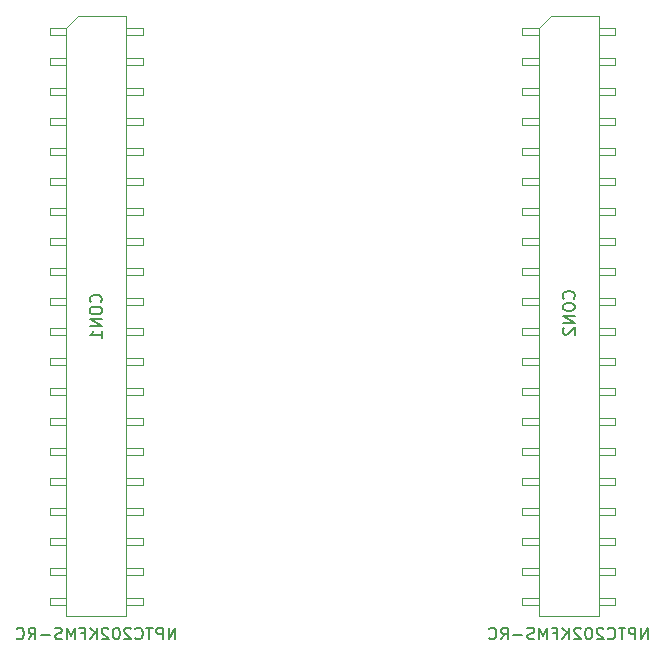
<source format=gbr>
%TF.GenerationSoftware,KiCad,Pcbnew,8.0.8-8.0.8-0~ubuntu22.04.1*%
%TF.CreationDate,2025-02-25T18:12:58-05:00*%
%TF.ProjectId,breakout-qfn,62726561-6b6f-4757-942d-71666e2e6b69,2.0*%
%TF.SameCoordinates,PX2b64660PY42c1d80*%
%TF.FileFunction,AssemblyDrawing,Bot*%
%FSLAX46Y46*%
G04 Gerber Fmt 4.6, Leading zero omitted, Abs format (unit mm)*
G04 Created by KiCad (PCBNEW 8.0.8-8.0.8-0~ubuntu22.04.1) date 2025-02-25 18:12:58*
%MOMM*%
%LPD*%
G01*
G04 APERTURE LIST*
%ADD10C,0.150000*%
%ADD11C,0.100000*%
G04 APERTURE END LIST*
D10*
X97190475Y-71354819D02*
X97190475Y-70354819D01*
X97190475Y-70354819D02*
X96619047Y-71354819D01*
X96619047Y-71354819D02*
X96619047Y-70354819D01*
X96142856Y-71354819D02*
X96142856Y-70354819D01*
X96142856Y-70354819D02*
X95761904Y-70354819D01*
X95761904Y-70354819D02*
X95666666Y-70402438D01*
X95666666Y-70402438D02*
X95619047Y-70450057D01*
X95619047Y-70450057D02*
X95571428Y-70545295D01*
X95571428Y-70545295D02*
X95571428Y-70688152D01*
X95571428Y-70688152D02*
X95619047Y-70783390D01*
X95619047Y-70783390D02*
X95666666Y-70831009D01*
X95666666Y-70831009D02*
X95761904Y-70878628D01*
X95761904Y-70878628D02*
X96142856Y-70878628D01*
X95285713Y-70354819D02*
X94714285Y-70354819D01*
X94999999Y-71354819D02*
X94999999Y-70354819D01*
X93809523Y-71259580D02*
X93857142Y-71307200D01*
X93857142Y-71307200D02*
X93999999Y-71354819D01*
X93999999Y-71354819D02*
X94095237Y-71354819D01*
X94095237Y-71354819D02*
X94238094Y-71307200D01*
X94238094Y-71307200D02*
X94333332Y-71211961D01*
X94333332Y-71211961D02*
X94380951Y-71116723D01*
X94380951Y-71116723D02*
X94428570Y-70926247D01*
X94428570Y-70926247D02*
X94428570Y-70783390D01*
X94428570Y-70783390D02*
X94380951Y-70592914D01*
X94380951Y-70592914D02*
X94333332Y-70497676D01*
X94333332Y-70497676D02*
X94238094Y-70402438D01*
X94238094Y-70402438D02*
X94095237Y-70354819D01*
X94095237Y-70354819D02*
X93999999Y-70354819D01*
X93999999Y-70354819D02*
X93857142Y-70402438D01*
X93857142Y-70402438D02*
X93809523Y-70450057D01*
X93428570Y-70450057D02*
X93380951Y-70402438D01*
X93380951Y-70402438D02*
X93285713Y-70354819D01*
X93285713Y-70354819D02*
X93047618Y-70354819D01*
X93047618Y-70354819D02*
X92952380Y-70402438D01*
X92952380Y-70402438D02*
X92904761Y-70450057D01*
X92904761Y-70450057D02*
X92857142Y-70545295D01*
X92857142Y-70545295D02*
X92857142Y-70640533D01*
X92857142Y-70640533D02*
X92904761Y-70783390D01*
X92904761Y-70783390D02*
X93476189Y-71354819D01*
X93476189Y-71354819D02*
X92857142Y-71354819D01*
X92238094Y-70354819D02*
X92142856Y-70354819D01*
X92142856Y-70354819D02*
X92047618Y-70402438D01*
X92047618Y-70402438D02*
X91999999Y-70450057D01*
X91999999Y-70450057D02*
X91952380Y-70545295D01*
X91952380Y-70545295D02*
X91904761Y-70735771D01*
X91904761Y-70735771D02*
X91904761Y-70973866D01*
X91904761Y-70973866D02*
X91952380Y-71164342D01*
X91952380Y-71164342D02*
X91999999Y-71259580D01*
X91999999Y-71259580D02*
X92047618Y-71307200D01*
X92047618Y-71307200D02*
X92142856Y-71354819D01*
X92142856Y-71354819D02*
X92238094Y-71354819D01*
X92238094Y-71354819D02*
X92333332Y-71307200D01*
X92333332Y-71307200D02*
X92380951Y-71259580D01*
X92380951Y-71259580D02*
X92428570Y-71164342D01*
X92428570Y-71164342D02*
X92476189Y-70973866D01*
X92476189Y-70973866D02*
X92476189Y-70735771D01*
X92476189Y-70735771D02*
X92428570Y-70545295D01*
X92428570Y-70545295D02*
X92380951Y-70450057D01*
X92380951Y-70450057D02*
X92333332Y-70402438D01*
X92333332Y-70402438D02*
X92238094Y-70354819D01*
X91523808Y-70450057D02*
X91476189Y-70402438D01*
X91476189Y-70402438D02*
X91380951Y-70354819D01*
X91380951Y-70354819D02*
X91142856Y-70354819D01*
X91142856Y-70354819D02*
X91047618Y-70402438D01*
X91047618Y-70402438D02*
X90999999Y-70450057D01*
X90999999Y-70450057D02*
X90952380Y-70545295D01*
X90952380Y-70545295D02*
X90952380Y-70640533D01*
X90952380Y-70640533D02*
X90999999Y-70783390D01*
X90999999Y-70783390D02*
X91571427Y-71354819D01*
X91571427Y-71354819D02*
X90952380Y-71354819D01*
X90523808Y-71354819D02*
X90523808Y-70354819D01*
X89952380Y-71354819D02*
X90380951Y-70783390D01*
X89952380Y-70354819D02*
X90523808Y-70926247D01*
X89190475Y-70831009D02*
X89523808Y-70831009D01*
X89523808Y-71354819D02*
X89523808Y-70354819D01*
X89523808Y-70354819D02*
X89047618Y-70354819D01*
X88666665Y-71354819D02*
X88666665Y-70354819D01*
X88666665Y-70354819D02*
X88333332Y-71069104D01*
X88333332Y-71069104D02*
X87999999Y-70354819D01*
X87999999Y-70354819D02*
X87999999Y-71354819D01*
X87571427Y-71307200D02*
X87428570Y-71354819D01*
X87428570Y-71354819D02*
X87190475Y-71354819D01*
X87190475Y-71354819D02*
X87095237Y-71307200D01*
X87095237Y-71307200D02*
X87047618Y-71259580D01*
X87047618Y-71259580D02*
X86999999Y-71164342D01*
X86999999Y-71164342D02*
X86999999Y-71069104D01*
X86999999Y-71069104D02*
X87047618Y-70973866D01*
X87047618Y-70973866D02*
X87095237Y-70926247D01*
X87095237Y-70926247D02*
X87190475Y-70878628D01*
X87190475Y-70878628D02*
X87380951Y-70831009D01*
X87380951Y-70831009D02*
X87476189Y-70783390D01*
X87476189Y-70783390D02*
X87523808Y-70735771D01*
X87523808Y-70735771D02*
X87571427Y-70640533D01*
X87571427Y-70640533D02*
X87571427Y-70545295D01*
X87571427Y-70545295D02*
X87523808Y-70450057D01*
X87523808Y-70450057D02*
X87476189Y-70402438D01*
X87476189Y-70402438D02*
X87380951Y-70354819D01*
X87380951Y-70354819D02*
X87142856Y-70354819D01*
X87142856Y-70354819D02*
X86999999Y-70402438D01*
X86571427Y-70973866D02*
X85809523Y-70973866D01*
X84761904Y-71354819D02*
X85095237Y-70878628D01*
X85333332Y-71354819D02*
X85333332Y-70354819D01*
X85333332Y-70354819D02*
X84952380Y-70354819D01*
X84952380Y-70354819D02*
X84857142Y-70402438D01*
X84857142Y-70402438D02*
X84809523Y-70450057D01*
X84809523Y-70450057D02*
X84761904Y-70545295D01*
X84761904Y-70545295D02*
X84761904Y-70688152D01*
X84761904Y-70688152D02*
X84809523Y-70783390D01*
X84809523Y-70783390D02*
X84857142Y-70831009D01*
X84857142Y-70831009D02*
X84952380Y-70878628D01*
X84952380Y-70878628D02*
X85333332Y-70878628D01*
X83761904Y-71259580D02*
X83809523Y-71307200D01*
X83809523Y-71307200D02*
X83952380Y-71354819D01*
X83952380Y-71354819D02*
X84047618Y-71354819D01*
X84047618Y-71354819D02*
X84190475Y-71307200D01*
X84190475Y-71307200D02*
X84285713Y-71211961D01*
X84285713Y-71211961D02*
X84333332Y-71116723D01*
X84333332Y-71116723D02*
X84380951Y-70926247D01*
X84380951Y-70926247D02*
X84380951Y-70783390D01*
X84380951Y-70783390D02*
X84333332Y-70592914D01*
X84333332Y-70592914D02*
X84285713Y-70497676D01*
X84285713Y-70497676D02*
X84190475Y-70402438D01*
X84190475Y-70402438D02*
X84047618Y-70354819D01*
X84047618Y-70354819D02*
X83952380Y-70354819D01*
X83952380Y-70354819D02*
X83809523Y-70402438D01*
X83809523Y-70402438D02*
X83761904Y-70450057D01*
X90909580Y-42485714D02*
X90957200Y-42438095D01*
X90957200Y-42438095D02*
X91004819Y-42295238D01*
X91004819Y-42295238D02*
X91004819Y-42200000D01*
X91004819Y-42200000D02*
X90957200Y-42057143D01*
X90957200Y-42057143D02*
X90861961Y-41961905D01*
X90861961Y-41961905D02*
X90766723Y-41914286D01*
X90766723Y-41914286D02*
X90576247Y-41866667D01*
X90576247Y-41866667D02*
X90433390Y-41866667D01*
X90433390Y-41866667D02*
X90242914Y-41914286D01*
X90242914Y-41914286D02*
X90147676Y-41961905D01*
X90147676Y-41961905D02*
X90052438Y-42057143D01*
X90052438Y-42057143D02*
X90004819Y-42200000D01*
X90004819Y-42200000D02*
X90004819Y-42295238D01*
X90004819Y-42295238D02*
X90052438Y-42438095D01*
X90052438Y-42438095D02*
X90100057Y-42485714D01*
X90004819Y-43104762D02*
X90004819Y-43295238D01*
X90004819Y-43295238D02*
X90052438Y-43390476D01*
X90052438Y-43390476D02*
X90147676Y-43485714D01*
X90147676Y-43485714D02*
X90338152Y-43533333D01*
X90338152Y-43533333D02*
X90671485Y-43533333D01*
X90671485Y-43533333D02*
X90861961Y-43485714D01*
X90861961Y-43485714D02*
X90957200Y-43390476D01*
X90957200Y-43390476D02*
X91004819Y-43295238D01*
X91004819Y-43295238D02*
X91004819Y-43104762D01*
X91004819Y-43104762D02*
X90957200Y-43009524D01*
X90957200Y-43009524D02*
X90861961Y-42914286D01*
X90861961Y-42914286D02*
X90671485Y-42866667D01*
X90671485Y-42866667D02*
X90338152Y-42866667D01*
X90338152Y-42866667D02*
X90147676Y-42914286D01*
X90147676Y-42914286D02*
X90052438Y-43009524D01*
X90052438Y-43009524D02*
X90004819Y-43104762D01*
X91004819Y-43961905D02*
X90004819Y-43961905D01*
X90004819Y-43961905D02*
X91004819Y-44533333D01*
X91004819Y-44533333D02*
X90004819Y-44533333D01*
X90100057Y-44961905D02*
X90052438Y-45009524D01*
X90052438Y-45009524D02*
X90004819Y-45104762D01*
X90004819Y-45104762D02*
X90004819Y-45342857D01*
X90004819Y-45342857D02*
X90052438Y-45438095D01*
X90052438Y-45438095D02*
X90100057Y-45485714D01*
X90100057Y-45485714D02*
X90195295Y-45533333D01*
X90195295Y-45533333D02*
X90290533Y-45533333D01*
X90290533Y-45533333D02*
X90433390Y-45485714D01*
X90433390Y-45485714D02*
X91004819Y-44914286D01*
X91004819Y-44914286D02*
X91004819Y-45533333D01*
X57190475Y-71354819D02*
X57190475Y-70354819D01*
X57190475Y-70354819D02*
X56619047Y-71354819D01*
X56619047Y-71354819D02*
X56619047Y-70354819D01*
X56142856Y-71354819D02*
X56142856Y-70354819D01*
X56142856Y-70354819D02*
X55761904Y-70354819D01*
X55761904Y-70354819D02*
X55666666Y-70402438D01*
X55666666Y-70402438D02*
X55619047Y-70450057D01*
X55619047Y-70450057D02*
X55571428Y-70545295D01*
X55571428Y-70545295D02*
X55571428Y-70688152D01*
X55571428Y-70688152D02*
X55619047Y-70783390D01*
X55619047Y-70783390D02*
X55666666Y-70831009D01*
X55666666Y-70831009D02*
X55761904Y-70878628D01*
X55761904Y-70878628D02*
X56142856Y-70878628D01*
X55285713Y-70354819D02*
X54714285Y-70354819D01*
X54999999Y-71354819D02*
X54999999Y-70354819D01*
X53809523Y-71259580D02*
X53857142Y-71307200D01*
X53857142Y-71307200D02*
X53999999Y-71354819D01*
X53999999Y-71354819D02*
X54095237Y-71354819D01*
X54095237Y-71354819D02*
X54238094Y-71307200D01*
X54238094Y-71307200D02*
X54333332Y-71211961D01*
X54333332Y-71211961D02*
X54380951Y-71116723D01*
X54380951Y-71116723D02*
X54428570Y-70926247D01*
X54428570Y-70926247D02*
X54428570Y-70783390D01*
X54428570Y-70783390D02*
X54380951Y-70592914D01*
X54380951Y-70592914D02*
X54333332Y-70497676D01*
X54333332Y-70497676D02*
X54238094Y-70402438D01*
X54238094Y-70402438D02*
X54095237Y-70354819D01*
X54095237Y-70354819D02*
X53999999Y-70354819D01*
X53999999Y-70354819D02*
X53857142Y-70402438D01*
X53857142Y-70402438D02*
X53809523Y-70450057D01*
X53428570Y-70450057D02*
X53380951Y-70402438D01*
X53380951Y-70402438D02*
X53285713Y-70354819D01*
X53285713Y-70354819D02*
X53047618Y-70354819D01*
X53047618Y-70354819D02*
X52952380Y-70402438D01*
X52952380Y-70402438D02*
X52904761Y-70450057D01*
X52904761Y-70450057D02*
X52857142Y-70545295D01*
X52857142Y-70545295D02*
X52857142Y-70640533D01*
X52857142Y-70640533D02*
X52904761Y-70783390D01*
X52904761Y-70783390D02*
X53476189Y-71354819D01*
X53476189Y-71354819D02*
X52857142Y-71354819D01*
X52238094Y-70354819D02*
X52142856Y-70354819D01*
X52142856Y-70354819D02*
X52047618Y-70402438D01*
X52047618Y-70402438D02*
X51999999Y-70450057D01*
X51999999Y-70450057D02*
X51952380Y-70545295D01*
X51952380Y-70545295D02*
X51904761Y-70735771D01*
X51904761Y-70735771D02*
X51904761Y-70973866D01*
X51904761Y-70973866D02*
X51952380Y-71164342D01*
X51952380Y-71164342D02*
X51999999Y-71259580D01*
X51999999Y-71259580D02*
X52047618Y-71307200D01*
X52047618Y-71307200D02*
X52142856Y-71354819D01*
X52142856Y-71354819D02*
X52238094Y-71354819D01*
X52238094Y-71354819D02*
X52333332Y-71307200D01*
X52333332Y-71307200D02*
X52380951Y-71259580D01*
X52380951Y-71259580D02*
X52428570Y-71164342D01*
X52428570Y-71164342D02*
X52476189Y-70973866D01*
X52476189Y-70973866D02*
X52476189Y-70735771D01*
X52476189Y-70735771D02*
X52428570Y-70545295D01*
X52428570Y-70545295D02*
X52380951Y-70450057D01*
X52380951Y-70450057D02*
X52333332Y-70402438D01*
X52333332Y-70402438D02*
X52238094Y-70354819D01*
X51523808Y-70450057D02*
X51476189Y-70402438D01*
X51476189Y-70402438D02*
X51380951Y-70354819D01*
X51380951Y-70354819D02*
X51142856Y-70354819D01*
X51142856Y-70354819D02*
X51047618Y-70402438D01*
X51047618Y-70402438D02*
X50999999Y-70450057D01*
X50999999Y-70450057D02*
X50952380Y-70545295D01*
X50952380Y-70545295D02*
X50952380Y-70640533D01*
X50952380Y-70640533D02*
X50999999Y-70783390D01*
X50999999Y-70783390D02*
X51571427Y-71354819D01*
X51571427Y-71354819D02*
X50952380Y-71354819D01*
X50523808Y-71354819D02*
X50523808Y-70354819D01*
X49952380Y-71354819D02*
X50380951Y-70783390D01*
X49952380Y-70354819D02*
X50523808Y-70926247D01*
X49190475Y-70831009D02*
X49523808Y-70831009D01*
X49523808Y-71354819D02*
X49523808Y-70354819D01*
X49523808Y-70354819D02*
X49047618Y-70354819D01*
X48666665Y-71354819D02*
X48666665Y-70354819D01*
X48666665Y-70354819D02*
X48333332Y-71069104D01*
X48333332Y-71069104D02*
X47999999Y-70354819D01*
X47999999Y-70354819D02*
X47999999Y-71354819D01*
X47571427Y-71307200D02*
X47428570Y-71354819D01*
X47428570Y-71354819D02*
X47190475Y-71354819D01*
X47190475Y-71354819D02*
X47095237Y-71307200D01*
X47095237Y-71307200D02*
X47047618Y-71259580D01*
X47047618Y-71259580D02*
X46999999Y-71164342D01*
X46999999Y-71164342D02*
X46999999Y-71069104D01*
X46999999Y-71069104D02*
X47047618Y-70973866D01*
X47047618Y-70973866D02*
X47095237Y-70926247D01*
X47095237Y-70926247D02*
X47190475Y-70878628D01*
X47190475Y-70878628D02*
X47380951Y-70831009D01*
X47380951Y-70831009D02*
X47476189Y-70783390D01*
X47476189Y-70783390D02*
X47523808Y-70735771D01*
X47523808Y-70735771D02*
X47571427Y-70640533D01*
X47571427Y-70640533D02*
X47571427Y-70545295D01*
X47571427Y-70545295D02*
X47523808Y-70450057D01*
X47523808Y-70450057D02*
X47476189Y-70402438D01*
X47476189Y-70402438D02*
X47380951Y-70354819D01*
X47380951Y-70354819D02*
X47142856Y-70354819D01*
X47142856Y-70354819D02*
X46999999Y-70402438D01*
X46571427Y-70973866D02*
X45809523Y-70973866D01*
X44761904Y-71354819D02*
X45095237Y-70878628D01*
X45333332Y-71354819D02*
X45333332Y-70354819D01*
X45333332Y-70354819D02*
X44952380Y-70354819D01*
X44952380Y-70354819D02*
X44857142Y-70402438D01*
X44857142Y-70402438D02*
X44809523Y-70450057D01*
X44809523Y-70450057D02*
X44761904Y-70545295D01*
X44761904Y-70545295D02*
X44761904Y-70688152D01*
X44761904Y-70688152D02*
X44809523Y-70783390D01*
X44809523Y-70783390D02*
X44857142Y-70831009D01*
X44857142Y-70831009D02*
X44952380Y-70878628D01*
X44952380Y-70878628D02*
X45333332Y-70878628D01*
X43761904Y-71259580D02*
X43809523Y-71307200D01*
X43809523Y-71307200D02*
X43952380Y-71354819D01*
X43952380Y-71354819D02*
X44047618Y-71354819D01*
X44047618Y-71354819D02*
X44190475Y-71307200D01*
X44190475Y-71307200D02*
X44285713Y-71211961D01*
X44285713Y-71211961D02*
X44333332Y-71116723D01*
X44333332Y-71116723D02*
X44380951Y-70926247D01*
X44380951Y-70926247D02*
X44380951Y-70783390D01*
X44380951Y-70783390D02*
X44333332Y-70592914D01*
X44333332Y-70592914D02*
X44285713Y-70497676D01*
X44285713Y-70497676D02*
X44190475Y-70402438D01*
X44190475Y-70402438D02*
X44047618Y-70354819D01*
X44047618Y-70354819D02*
X43952380Y-70354819D01*
X43952380Y-70354819D02*
X43809523Y-70402438D01*
X43809523Y-70402438D02*
X43761904Y-70450057D01*
X50859580Y-42785714D02*
X50907200Y-42738095D01*
X50907200Y-42738095D02*
X50954819Y-42595238D01*
X50954819Y-42595238D02*
X50954819Y-42500000D01*
X50954819Y-42500000D02*
X50907200Y-42357143D01*
X50907200Y-42357143D02*
X50811961Y-42261905D01*
X50811961Y-42261905D02*
X50716723Y-42214286D01*
X50716723Y-42214286D02*
X50526247Y-42166667D01*
X50526247Y-42166667D02*
X50383390Y-42166667D01*
X50383390Y-42166667D02*
X50192914Y-42214286D01*
X50192914Y-42214286D02*
X50097676Y-42261905D01*
X50097676Y-42261905D02*
X50002438Y-42357143D01*
X50002438Y-42357143D02*
X49954819Y-42500000D01*
X49954819Y-42500000D02*
X49954819Y-42595238D01*
X49954819Y-42595238D02*
X50002438Y-42738095D01*
X50002438Y-42738095D02*
X50050057Y-42785714D01*
X49954819Y-43404762D02*
X49954819Y-43595238D01*
X49954819Y-43595238D02*
X50002438Y-43690476D01*
X50002438Y-43690476D02*
X50097676Y-43785714D01*
X50097676Y-43785714D02*
X50288152Y-43833333D01*
X50288152Y-43833333D02*
X50621485Y-43833333D01*
X50621485Y-43833333D02*
X50811961Y-43785714D01*
X50811961Y-43785714D02*
X50907200Y-43690476D01*
X50907200Y-43690476D02*
X50954819Y-43595238D01*
X50954819Y-43595238D02*
X50954819Y-43404762D01*
X50954819Y-43404762D02*
X50907200Y-43309524D01*
X50907200Y-43309524D02*
X50811961Y-43214286D01*
X50811961Y-43214286D02*
X50621485Y-43166667D01*
X50621485Y-43166667D02*
X50288152Y-43166667D01*
X50288152Y-43166667D02*
X50097676Y-43214286D01*
X50097676Y-43214286D02*
X50002438Y-43309524D01*
X50002438Y-43309524D02*
X49954819Y-43404762D01*
X50954819Y-44261905D02*
X49954819Y-44261905D01*
X49954819Y-44261905D02*
X50954819Y-44833333D01*
X50954819Y-44833333D02*
X49954819Y-44833333D01*
X50954819Y-45833333D02*
X50954819Y-45261905D01*
X50954819Y-45547619D02*
X49954819Y-45547619D01*
X49954819Y-45547619D02*
X50097676Y-45452381D01*
X50097676Y-45452381D02*
X50192914Y-45357143D01*
X50192914Y-45357143D02*
X50240533Y-45261905D01*
D11*
%TO.C,CON2*%
X86580000Y-19550000D02*
X87960000Y-19550000D01*
X86580000Y-20190000D02*
X86580000Y-19550000D01*
X86580000Y-22090000D02*
X87960000Y-22090000D01*
X86580000Y-22730000D02*
X86580000Y-22090000D01*
X86580000Y-24630000D02*
X87960000Y-24630000D01*
X86580000Y-25270000D02*
X86580000Y-24630000D01*
X86580000Y-27170000D02*
X87960000Y-27170000D01*
X86580000Y-27810000D02*
X86580000Y-27170000D01*
X86580000Y-29710000D02*
X87960000Y-29710000D01*
X86580000Y-30350000D02*
X86580000Y-29710000D01*
X86580000Y-32250000D02*
X87960000Y-32250000D01*
X86580000Y-32890000D02*
X86580000Y-32250000D01*
X86580000Y-34790000D02*
X87960000Y-34790000D01*
X86580000Y-35430000D02*
X86580000Y-34790000D01*
X86580000Y-37330000D02*
X87960000Y-37330000D01*
X86580000Y-37970000D02*
X86580000Y-37330000D01*
X86580000Y-39870000D02*
X87960000Y-39870000D01*
X86580000Y-40510000D02*
X86580000Y-39870000D01*
X86580000Y-42410000D02*
X87960000Y-42410000D01*
X86580000Y-43050000D02*
X86580000Y-42410000D01*
X86580000Y-44950000D02*
X87960000Y-44950000D01*
X86580000Y-45590000D02*
X86580000Y-44950000D01*
X86580000Y-47490000D02*
X87960000Y-47490000D01*
X86580000Y-48130000D02*
X86580000Y-47490000D01*
X86580000Y-50030000D02*
X87960000Y-50030000D01*
X86580000Y-50670000D02*
X86580000Y-50030000D01*
X86580000Y-52570000D02*
X87960000Y-52570000D01*
X86580000Y-53210000D02*
X86580000Y-52570000D01*
X86580000Y-55110000D02*
X87960000Y-55110000D01*
X86580000Y-55750000D02*
X86580000Y-55110000D01*
X86580000Y-57650000D02*
X87960000Y-57650000D01*
X86580000Y-58290000D02*
X86580000Y-57650000D01*
X86580000Y-60190000D02*
X87960000Y-60190000D01*
X86580000Y-60830000D02*
X86580000Y-60190000D01*
X86580000Y-62730000D02*
X87960000Y-62730000D01*
X86580000Y-63370000D02*
X86580000Y-62730000D01*
X86580000Y-65270000D02*
X87960000Y-65270000D01*
X86580000Y-65910000D02*
X86580000Y-65270000D01*
X86580000Y-67810000D02*
X87960000Y-67810000D01*
X86580000Y-68450000D02*
X86580000Y-67810000D01*
X87960000Y-19600000D02*
X88960000Y-18600000D01*
X87960000Y-20190000D02*
X86580000Y-20190000D01*
X87960000Y-22730000D02*
X86580000Y-22730000D01*
X87960000Y-25270000D02*
X86580000Y-25270000D01*
X87960000Y-27810000D02*
X86580000Y-27810000D01*
X87960000Y-30350000D02*
X86580000Y-30350000D01*
X87960000Y-32890000D02*
X86580000Y-32890000D01*
X87960000Y-35430000D02*
X86580000Y-35430000D01*
X87960000Y-37970000D02*
X86580000Y-37970000D01*
X87960000Y-40510000D02*
X86580000Y-40510000D01*
X87960000Y-43050000D02*
X86580000Y-43050000D01*
X87960000Y-45590000D02*
X86580000Y-45590000D01*
X87960000Y-48130000D02*
X86580000Y-48130000D01*
X87960000Y-50670000D02*
X86580000Y-50670000D01*
X87960000Y-53210000D02*
X86580000Y-53210000D01*
X87960000Y-55750000D02*
X86580000Y-55750000D01*
X87960000Y-58290000D02*
X86580000Y-58290000D01*
X87960000Y-60830000D02*
X86580000Y-60830000D01*
X87960000Y-63370000D02*
X86580000Y-63370000D01*
X87960000Y-65910000D02*
X86580000Y-65910000D01*
X87960000Y-68450000D02*
X86580000Y-68450000D01*
X87960000Y-69400000D02*
X87960000Y-19600000D01*
X88960000Y-18600000D02*
X93040000Y-18600000D01*
X93040000Y-18600000D02*
X93040000Y-69400000D01*
X93040000Y-19550000D02*
X94420000Y-19550000D01*
X93040000Y-22090000D02*
X94420000Y-22090000D01*
X93040000Y-24630000D02*
X94420000Y-24630000D01*
X93040000Y-27170000D02*
X94420000Y-27170000D01*
X93040000Y-29710000D02*
X94420000Y-29710000D01*
X93040000Y-32250000D02*
X94420000Y-32250000D01*
X93040000Y-34790000D02*
X94420000Y-34790000D01*
X93040000Y-37330000D02*
X94420000Y-37330000D01*
X93040000Y-39870000D02*
X94420000Y-39870000D01*
X93040000Y-42410000D02*
X94420000Y-42410000D01*
X93040000Y-44950000D02*
X94420000Y-44950000D01*
X93040000Y-47490000D02*
X94420000Y-47490000D01*
X93040000Y-50030000D02*
X94420000Y-50030000D01*
X93040000Y-52570000D02*
X94420000Y-52570000D01*
X93040000Y-55110000D02*
X94420000Y-55110000D01*
X93040000Y-57650000D02*
X94420000Y-57650000D01*
X93040000Y-60190000D02*
X94420000Y-60190000D01*
X93040000Y-62730000D02*
X94420000Y-62730000D01*
X93040000Y-65270000D02*
X94420000Y-65270000D01*
X93040000Y-67810000D02*
X94420000Y-67810000D01*
X93040000Y-69400000D02*
X87960000Y-69400000D01*
X94420000Y-19550000D02*
X94420000Y-20190000D01*
X94420000Y-20190000D02*
X93040000Y-20190000D01*
X94420000Y-22090000D02*
X94420000Y-22730000D01*
X94420000Y-22730000D02*
X93040000Y-22730000D01*
X94420000Y-24630000D02*
X94420000Y-25270000D01*
X94420000Y-25270000D02*
X93040000Y-25270000D01*
X94420000Y-27170000D02*
X94420000Y-27810000D01*
X94420000Y-27810000D02*
X93040000Y-27810000D01*
X94420000Y-29710000D02*
X94420000Y-30350000D01*
X94420000Y-30350000D02*
X93040000Y-30350000D01*
X94420000Y-32250000D02*
X94420000Y-32890000D01*
X94420000Y-32890000D02*
X93040000Y-32890000D01*
X94420000Y-34790000D02*
X94420000Y-35430000D01*
X94420000Y-35430000D02*
X93040000Y-35430000D01*
X94420000Y-37330000D02*
X94420000Y-37970000D01*
X94420000Y-37970000D02*
X93040000Y-37970000D01*
X94420000Y-39870000D02*
X94420000Y-40510000D01*
X94420000Y-40510000D02*
X93040000Y-40510000D01*
X94420000Y-42410000D02*
X94420000Y-43050000D01*
X94420000Y-43050000D02*
X93040000Y-43050000D01*
X94420000Y-44950000D02*
X94420000Y-45590000D01*
X94420000Y-45590000D02*
X93040000Y-45590000D01*
X94420000Y-47490000D02*
X94420000Y-48130000D01*
X94420000Y-48130000D02*
X93040000Y-48130000D01*
X94420000Y-50030000D02*
X94420000Y-50670000D01*
X94420000Y-50670000D02*
X93040000Y-50670000D01*
X94420000Y-52570000D02*
X94420000Y-53210000D01*
X94420000Y-53210000D02*
X93040000Y-53210000D01*
X94420000Y-55110000D02*
X94420000Y-55750000D01*
X94420000Y-55750000D02*
X93040000Y-55750000D01*
X94420000Y-57650000D02*
X94420000Y-58290000D01*
X94420000Y-58290000D02*
X93040000Y-58290000D01*
X94420000Y-60190000D02*
X94420000Y-60830000D01*
X94420000Y-60830000D02*
X93040000Y-60830000D01*
X94420000Y-62730000D02*
X94420000Y-63370000D01*
X94420000Y-63370000D02*
X93040000Y-63370000D01*
X94420000Y-65270000D02*
X94420000Y-65910000D01*
X94420000Y-65910000D02*
X93040000Y-65910000D01*
X94420000Y-67810000D02*
X94420000Y-68450000D01*
X94420000Y-68450000D02*
X93040000Y-68450000D01*
%TO.C,CON1*%
X46580000Y-19550000D02*
X47960000Y-19550000D01*
X46580000Y-20190000D02*
X46580000Y-19550000D01*
X46580000Y-22090000D02*
X47960000Y-22090000D01*
X46580000Y-22730000D02*
X46580000Y-22090000D01*
X46580000Y-24630000D02*
X47960000Y-24630000D01*
X46580000Y-25270000D02*
X46580000Y-24630000D01*
X46580000Y-27170000D02*
X47960000Y-27170000D01*
X46580000Y-27810000D02*
X46580000Y-27170000D01*
X46580000Y-29710000D02*
X47960000Y-29710000D01*
X46580000Y-30350000D02*
X46580000Y-29710000D01*
X46580000Y-32250000D02*
X47960000Y-32250000D01*
X46580000Y-32890000D02*
X46580000Y-32250000D01*
X46580000Y-34790000D02*
X47960000Y-34790000D01*
X46580000Y-35430000D02*
X46580000Y-34790000D01*
X46580000Y-37330000D02*
X47960000Y-37330000D01*
X46580000Y-37970000D02*
X46580000Y-37330000D01*
X46580000Y-39870000D02*
X47960000Y-39870000D01*
X46580000Y-40510000D02*
X46580000Y-39870000D01*
X46580000Y-42410000D02*
X47960000Y-42410000D01*
X46580000Y-43050000D02*
X46580000Y-42410000D01*
X46580000Y-44950000D02*
X47960000Y-44950000D01*
X46580000Y-45590000D02*
X46580000Y-44950000D01*
X46580000Y-47490000D02*
X47960000Y-47490000D01*
X46580000Y-48130000D02*
X46580000Y-47490000D01*
X46580000Y-50030000D02*
X47960000Y-50030000D01*
X46580000Y-50670000D02*
X46580000Y-50030000D01*
X46580000Y-52570000D02*
X47960000Y-52570000D01*
X46580000Y-53210000D02*
X46580000Y-52570000D01*
X46580000Y-55110000D02*
X47960000Y-55110000D01*
X46580000Y-55750000D02*
X46580000Y-55110000D01*
X46580000Y-57650000D02*
X47960000Y-57650000D01*
X46580000Y-58290000D02*
X46580000Y-57650000D01*
X46580000Y-60190000D02*
X47960000Y-60190000D01*
X46580000Y-60830000D02*
X46580000Y-60190000D01*
X46580000Y-62730000D02*
X47960000Y-62730000D01*
X46580000Y-63370000D02*
X46580000Y-62730000D01*
X46580000Y-65270000D02*
X47960000Y-65270000D01*
X46580000Y-65910000D02*
X46580000Y-65270000D01*
X46580000Y-67810000D02*
X47960000Y-67810000D01*
X46580000Y-68450000D02*
X46580000Y-67810000D01*
X47960000Y-19600000D02*
X48960000Y-18600000D01*
X47960000Y-20190000D02*
X46580000Y-20190000D01*
X47960000Y-22730000D02*
X46580000Y-22730000D01*
X47960000Y-25270000D02*
X46580000Y-25270000D01*
X47960000Y-27810000D02*
X46580000Y-27810000D01*
X47960000Y-30350000D02*
X46580000Y-30350000D01*
X47960000Y-32890000D02*
X46580000Y-32890000D01*
X47960000Y-35430000D02*
X46580000Y-35430000D01*
X47960000Y-37970000D02*
X46580000Y-37970000D01*
X47960000Y-40510000D02*
X46580000Y-40510000D01*
X47960000Y-43050000D02*
X46580000Y-43050000D01*
X47960000Y-45590000D02*
X46580000Y-45590000D01*
X47960000Y-48130000D02*
X46580000Y-48130000D01*
X47960000Y-50670000D02*
X46580000Y-50670000D01*
X47960000Y-53210000D02*
X46580000Y-53210000D01*
X47960000Y-55750000D02*
X46580000Y-55750000D01*
X47960000Y-58290000D02*
X46580000Y-58290000D01*
X47960000Y-60830000D02*
X46580000Y-60830000D01*
X47960000Y-63370000D02*
X46580000Y-63370000D01*
X47960000Y-65910000D02*
X46580000Y-65910000D01*
X47960000Y-68450000D02*
X46580000Y-68450000D01*
X47960000Y-69400000D02*
X47960000Y-19600000D01*
X48960000Y-18600000D02*
X53040000Y-18600000D01*
X53040000Y-18600000D02*
X53040000Y-69400000D01*
X53040000Y-19550000D02*
X54420000Y-19550000D01*
X53040000Y-22090000D02*
X54420000Y-22090000D01*
X53040000Y-24630000D02*
X54420000Y-24630000D01*
X53040000Y-27170000D02*
X54420000Y-27170000D01*
X53040000Y-29710000D02*
X54420000Y-29710000D01*
X53040000Y-32250000D02*
X54420000Y-32250000D01*
X53040000Y-34790000D02*
X54420000Y-34790000D01*
X53040000Y-37330000D02*
X54420000Y-37330000D01*
X53040000Y-39870000D02*
X54420000Y-39870000D01*
X53040000Y-42410000D02*
X54420000Y-42410000D01*
X53040000Y-44950000D02*
X54420000Y-44950000D01*
X53040000Y-47490000D02*
X54420000Y-47490000D01*
X53040000Y-50030000D02*
X54420000Y-50030000D01*
X53040000Y-52570000D02*
X54420000Y-52570000D01*
X53040000Y-55110000D02*
X54420000Y-55110000D01*
X53040000Y-57650000D02*
X54420000Y-57650000D01*
X53040000Y-60190000D02*
X54420000Y-60190000D01*
X53040000Y-62730000D02*
X54420000Y-62730000D01*
X53040000Y-65270000D02*
X54420000Y-65270000D01*
X53040000Y-67810000D02*
X54420000Y-67810000D01*
X53040000Y-69400000D02*
X47960000Y-69400000D01*
X54420000Y-19550000D02*
X54420000Y-20190000D01*
X54420000Y-20190000D02*
X53040000Y-20190000D01*
X54420000Y-22090000D02*
X54420000Y-22730000D01*
X54420000Y-22730000D02*
X53040000Y-22730000D01*
X54420000Y-24630000D02*
X54420000Y-25270000D01*
X54420000Y-25270000D02*
X53040000Y-25270000D01*
X54420000Y-27170000D02*
X54420000Y-27810000D01*
X54420000Y-27810000D02*
X53040000Y-27810000D01*
X54420000Y-29710000D02*
X54420000Y-30350000D01*
X54420000Y-30350000D02*
X53040000Y-30350000D01*
X54420000Y-32250000D02*
X54420000Y-32890000D01*
X54420000Y-32890000D02*
X53040000Y-32890000D01*
X54420000Y-34790000D02*
X54420000Y-35430000D01*
X54420000Y-35430000D02*
X53040000Y-35430000D01*
X54420000Y-37330000D02*
X54420000Y-37970000D01*
X54420000Y-37970000D02*
X53040000Y-37970000D01*
X54420000Y-39870000D02*
X54420000Y-40510000D01*
X54420000Y-40510000D02*
X53040000Y-40510000D01*
X54420000Y-42410000D02*
X54420000Y-43050000D01*
X54420000Y-43050000D02*
X53040000Y-43050000D01*
X54420000Y-44950000D02*
X54420000Y-45590000D01*
X54420000Y-45590000D02*
X53040000Y-45590000D01*
X54420000Y-47490000D02*
X54420000Y-48130000D01*
X54420000Y-48130000D02*
X53040000Y-48130000D01*
X54420000Y-50030000D02*
X54420000Y-50670000D01*
X54420000Y-50670000D02*
X53040000Y-50670000D01*
X54420000Y-52570000D02*
X54420000Y-53210000D01*
X54420000Y-53210000D02*
X53040000Y-53210000D01*
X54420000Y-55110000D02*
X54420000Y-55750000D01*
X54420000Y-55750000D02*
X53040000Y-55750000D01*
X54420000Y-57650000D02*
X54420000Y-58290000D01*
X54420000Y-58290000D02*
X53040000Y-58290000D01*
X54420000Y-60190000D02*
X54420000Y-60830000D01*
X54420000Y-60830000D02*
X53040000Y-60830000D01*
X54420000Y-62730000D02*
X54420000Y-63370000D01*
X54420000Y-63370000D02*
X53040000Y-63370000D01*
X54420000Y-65270000D02*
X54420000Y-65910000D01*
X54420000Y-65910000D02*
X53040000Y-65910000D01*
X54420000Y-67810000D02*
X54420000Y-68450000D01*
X54420000Y-68450000D02*
X53040000Y-68450000D01*
%TD*%
M02*

</source>
